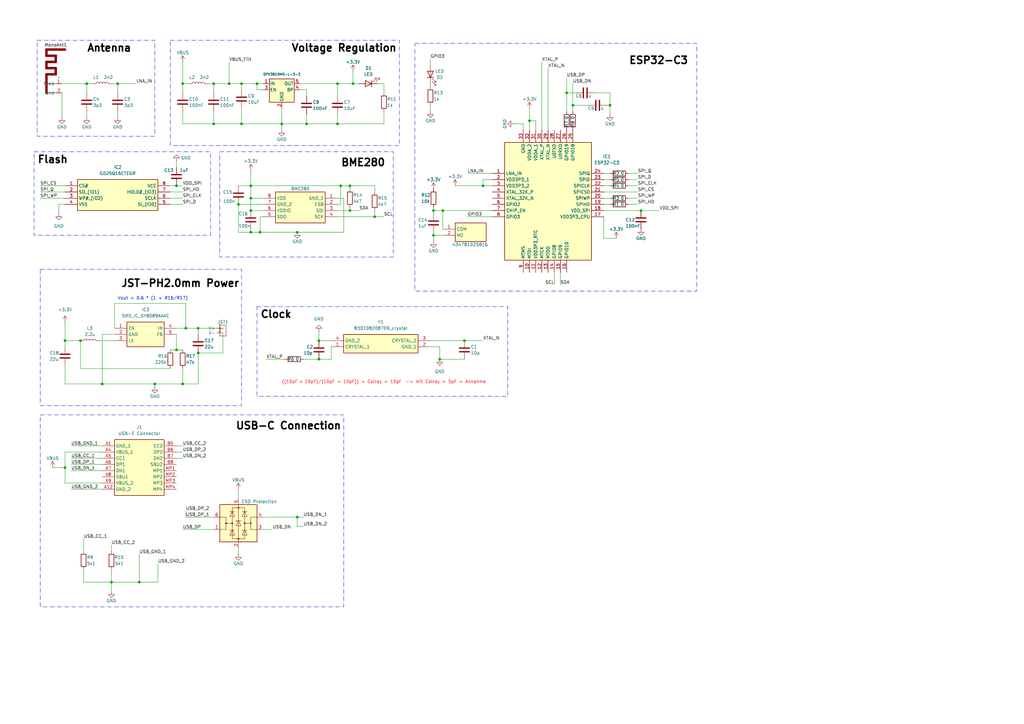
<source format=kicad_sch>
(kicad_sch (version 20230121) (generator eeschema)
  (paper "A3")
  (lib_symbols
    (symbol "830108208709:830108208709"
      (property "Reference" "Y" (at 36.83 7.62 0))
      (property "Value" "830108208709" (at 36.83 5.08 0))
      (symbol "830108208709_1_1"
        (rectangle (start 5.08 2.54) (end 35.56 -5.08) (stroke (width 0.254)) (fill (type background)))
        (pin passive line (at 0 -2.54 0) (length 5.08) (name "CRYSTAL_1") (number "1"))
        (pin passive line (at 40.64 -2.54 180) (length 5.08) (name "GND_1") (number "2"))
        (pin passive line (at 40.64 0 180) (length 5.08) (name "CRYSTAL_2") (number "3"))
        (pin passive line (at 0 0 0) (length 5.08) (name "GND_2") (number "4"))
      )
    )
    (symbol "BME280:BME280"
      (property "Reference" "HM" (at 26.67 7.62 0))
      (property "Value" "BME280" (at 26.67 5.08 0))
      (symbol "BME280_1_1"
        (rectangle (start 5.08 2.54) (end 25.4 -10.16) (stroke (width 0.254)) (fill (type background)))
        (pin power_in line (at 30.48 0 180) (length 5.08) (name "GND_1") (number "1"))
        (pin input line (at 30.48 -2.54 180) (length 5.08) (name "CSB") (number "2"))
        (pin passive line (at 30.48 -5.08 180) (length 5.08) (name "SDI") (number "3"))
        (pin passive line (at 30.48 -7.62 180) (length 5.08) (name "SCK") (number "4"))
        (pin passive line (at 0 -7.62 0) (length 5.08) (name "SDO") (number "5"))
        (pin power_in line (at 0 -5.08 0) (length 5.08) (name "VDDIO") (number "6"))
        (pin power_in line (at 0 -2.54 0) (length 5.08) (name "GND_2") (number "7"))
        (pin power_in line (at 0 0 0) (length 5.08) (name "VDD") (number "8"))
      )
    )
    (symbol "Device:C" (pin_numbers hide) (pin_names (offset 0.254))
      (property "Reference" "C" (at 0.635 2.54 0))
      (property "Value" "C" (at 0.635 -2.54 0))
      (symbol "C_0_1"
        (polyline (pts (xy -2.032 -0.762) (xy 2.032 -0.762)) (stroke (width 0.508)))
        (polyline (pts (xy -2.032 0.762) (xy 2.032 0.762)) (stroke (width 0.508)))
      )
      (symbol "C_1_1"
        (pin passive line (at 0 3.81 270) (length 2.794) (name "~") (number "1"))
        (pin passive line (at 0 -3.81 90) (length 2.794) (name "~") (number "2"))
      )
    )
    (symbol "Device:L" (pin_numbers hide) (pin_names (offset 1.016) hide)
      (property "Reference" "L" (at -1.27 0 90))
      (property "Value" "L" (at 1.905 0 90))
      (symbol "L_0_1"
        (arc (start 0 -2.54) (mid 0.6323 -1.905) (end 0 -1.27))
        (arc (start 0 -1.27) (mid 0.6323 -0.635) (end 0 0))
        (arc (start 0 0) (mid 0.6323 0.635) (end 0 1.27))
        (arc (start 0 1.27) (mid 0.6323 1.905) (end 0 2.54))
      )
      (symbol "L_1_1"
        (pin passive line (at 0 3.81 270) (length 1.27) (name "1") (number "1"))
        (pin passive line (at 0 -3.81 90) (length 1.27) (name "2") (number "2"))
      )
    )
    (symbol "Device:LED" (pin_numbers hide) (pin_names (offset 1.016) hide)
      (property "Reference" "D" (at 0 2.54 0))
      (property "Value" "LED" (at 0 -2.54 0))
      (symbol "LED_0_1"
        (polyline (pts (xy -1.27 -1.27) (xy -1.27 1.27)) (stroke (width 0.254)))
        (polyline (pts (xy -1.27 0) (xy 1.27 0)))
        (polyline (pts (xy 1.27 -1.27) (xy 1.27 1.27) (xy -1.27 0) (xy 1.27 -1.27)) (stroke (width 0.254)))
        (polyline (pts (xy -3.048 -0.762) (xy -4.572 -2.286) (xy -3.81 -2.286) (xy -4.572 -2.286) (xy -4.572 -1.524)))
        (polyline (pts (xy -1.778 -0.762) (xy -3.302 -2.286) (xy -2.54 -2.286) (xy -3.302 -2.286) (xy -3.302 -1.524)))
      )
      (symbol "LED_1_1"
        (pin passive line (at -3.81 0 0) (length 2.54) (name "K") (number "1"))
        (pin passive line (at 3.81 0 180) (length 2.54) (name "A") (number "2"))
      )
    )
    (symbol "Device:R" (pin_numbers hide) (pin_names (offset 0))
      (property "Reference" "R" (at 2.032 0 90))
      (property "Value" "R" (at 0 0 90))
      (symbol "R_0_1"
        (rectangle (start -1.016 -2.54) (end 1.016 2.54) (stroke (width 0.254)))
      )
      (symbol "R_1_1"
        (pin passive line (at 0 3.81 270) (length 1.27) (name "~") (number "1"))
        (pin passive line (at 0 -3.81 90) (length 1.27) (name "~") (number "2"))
      )
    )
    (symbol "Device:antenna_triangle"
      (property "Reference" "MonoAnt1" (at -1.27 15.875 0))
      (property "Value" "~" (at 0 2.54 0))
      (symbol "antenna_triangle_0_1"
        (polyline (pts (xy 1.27 -3.81) (xy -5.08 -3.81)))
        (polyline (pts (xy 1.27 0) (xy -5.08 0)))
      )
      (symbol "antenna_triangle_1_1"
        (polyline (pts (xy -5.08 -3.81) (xy -5.08 3.81)) (stroke (width 1)))
        (polyline (pts (xy -5.08 3.81) (xy -1.27 3.81)) (stroke (width 1)))
        (polyline (pts (xy -5.08 6.35) (xy -5.08 8.89)) (stroke (width 1)))
        (polyline (pts (xy -5.08 8.89) (xy -1.27 8.89)) (stroke (width 1)))
        (polyline (pts (xy -5.08 11.43) (xy -5.08 13.97)) (stroke (width 1)))
        (polyline (pts (xy -5.08 13.97) (xy 2.54 13.97)) (stroke (width 1)))
        (polyline (pts (xy -1.27 3.81) (xy -1.27 6.35)) (stroke (width 1)))
        (polyline (pts (xy -1.27 6.35) (xy -5.08 6.35)) (stroke (width 1)))
        (polyline (pts (xy -1.27 8.89) (xy -1.27 11.43)) (stroke (width 1)))
        (polyline (pts (xy -1.27 11.43) (xy -5.08 11.43)) (stroke (width 1)))
        (pin input line (at 1.27 0 180) (length 2.54) (name "Feed") (number "1"))
        (pin output line (at 1.27 -3.81 180) (length 2.54) (name "Gnd") (number "2"))
      )
    )
    (symbol "ESP32-C3:ESP32-C3"
      (property "Reference" "IC" (at 41.91 17.78 0))
      (property "Value" "ESP32-C3" (at 41.91 15.24 0))
      (symbol "ESP32-C3_1_1"
        (rectangle (start 5.08 12.7) (end 40.64 -35.56) (stroke (width 0.254)) (fill (type background)))
        (pin passive line (at 0 0 0) (length 5.08) (name "LNA_IN") (number "1"))
        (pin passive line (at 15.24 -40.64 90) (length 5.08) (name "MTDI") (number "10"))
        (pin passive line (at 17.78 -40.64 90) (length 5.08) (name "VDD3P3_RTC") (number "11"))
        (pin passive line (at 20.32 -40.64 90) (length 5.08) (name "MTCK") (number "12"))
        (pin passive line (at 22.86 -40.64 90) (length 5.08) (name "MTDO") (number "13"))
        (pin passive line (at 25.4 -40.64 90) (length 5.08) (name "GPIO8") (number "14"))
        (pin passive line (at 27.94 -40.64 90) (length 5.08) (name "GPIO9") (number "15"))
        (pin passive line (at 30.48 -40.64 90) (length 5.08) (name "GPIO10") (number "16"))
        (pin passive line (at 45.72 -17.78 180) (length 5.08) (name "VDD3P3_CPU") (number "17"))
        (pin passive line (at 45.72 -15.24 180) (length 5.08) (name "VDD_SPI") (number "18"))
        (pin passive line (at 45.72 -12.7 180) (length 5.08) (name "SPIHD") (number "19"))
        (pin passive line (at 0 -2.54 0) (length 5.08) (name "VDD3P3_1") (number "2"))
        (pin passive line (at 45.72 -10.16 180) (length 5.08) (name "SPIWP") (number "20"))
        (pin passive line (at 45.72 -7.62 180) (length 5.08) (name "SPICS0") (number "21"))
        (pin passive line (at 45.72 -5.08 180) (length 5.08) (name "SPICLK") (number "22"))
        (pin passive line (at 45.72 -2.54 180) (length 5.08) (name "SPID") (number "23"))
        (pin passive line (at 45.72 0 180) (length 5.08) (name "SPIQ") (number "24"))
        (pin passive line (at 33.02 17.78 270) (length 5.08) (name "GPIO18") (number "25"))
        (pin passive line (at 30.48 17.78 270) (length 5.08) (name "GPIO19") (number "26"))
        (pin passive line (at 27.94 17.78 270) (length 5.08) (name "U0RXD") (number "27"))
        (pin passive line (at 25.4 17.78 270) (length 5.08) (name "U0TXD") (number "28"))
        (pin passive line (at 22.86 17.78 270) (length 5.08) (name "XTAL_N") (number "29"))
        (pin passive line (at 0 -5.08 0) (length 5.08) (name "VDD3P3_2") (number "3"))
        (pin passive line (at 20.32 17.78 270) (length 5.08) (name "XTAL_P") (number "30"))
        (pin passive line (at 17.78 17.78 270) (length 5.08) (name "VDDA_1") (number "31"))
        (pin passive line (at 15.24 17.78 270) (length 5.08) (name "VDDA_2") (number "32"))
        (pin passive line (at 12.7 17.78 270) (length 5.08) (name "GND") (number "33"))
        (pin passive line (at 0 -7.62 0) (length 5.08) (name "XTAL_32K_P") (number "4"))
        (pin passive line (at 0 -10.16 0) (length 5.08) (name "XTAL_32K_N") (number "5"))
        (pin passive line (at 0 -12.7 0) (length 5.08) (name "GPIO2") (number "6"))
        (pin passive line (at 0 -15.24 0) (length 5.08) (name "CHIP_EN") (number "7"))
        (pin passive line (at 0 -17.78 0) (length 5.08) (name "GPIO3") (number "8"))
        (pin passive line (at 12.7 -40.64 90) (length 5.08) (name "MTMS") (number "9"))
      )
    )
    (symbol "GD25Q16CTEGR:GD25Q16CTEGR"
      (property "Reference" "IC" (at 39.37 7.62 0))
      (property "Value" "GD25Q16CTEGR" (at 39.37 5.08 0))
      (symbol "GD25Q16CTEGR_1_1"
        (rectangle (start 5.08 2.54) (end 38.1 -10.16) (stroke (width 0.254)) (fill (type background)))
        (pin passive line (at 0 0 0) (length 5.08) (name "CS#") (number "1"))
        (pin passive line (at 0 -2.54 0) (length 5.08) (name "SO_(IO1)") (number "2"))
        (pin passive line (at 0 -5.08 0) (length 5.08) (name "WP#_(IO2)") (number "3"))
        (pin passive line (at 0 -7.62 0) (length 5.08) (name "VSS") (number "4"))
        (pin passive line (at 43.18 -7.62 180) (length 5.08) (name "SI_(IO0)") (number "5"))
        (pin passive line (at 43.18 -5.08 180) (length 5.08) (name "SCLK") (number "6"))
        (pin passive line (at 43.18 -2.54 180) (length 5.08) (name "HOLD#_(IO3)") (number "7"))
        (pin passive line (at 43.18 0 180) (length 5.08) (name "VCC") (number "8"))
      )
    )
    (symbol "GSB1C41110SSHR:GSB1C41110SSHR"
      (property "Reference" "J" (at 26.67 7.62 0))
      (property "Value" "GSB1C41110SSHR" (at 26.67 5.08 0))
      (symbol "GSB1C41110SSHR_1_1"
        (rectangle (start 5.08 2.54) (end 25.4 -20.32) (stroke (width 0.254)) (fill (type background)))
        (pin passive line (at 0 0 0) (length 5.08) (name "GND_1") (number "A1"))
        (pin passive line (at 0 -17.78 0) (length 5.08) (name "GND_2") (number "A12"))
        (pin passive line (at 0 -2.54 0) (length 5.08) (name "VBUS_1") (number "A4"))
        (pin passive line (at 0 -5.08 0) (length 5.08) (name "CC1") (number "A5"))
        (pin passive line (at 0 -7.62 0) (length 5.08) (name "DP1") (number "A6"))
        (pin passive line (at 0 -10.16 0) (length 5.08) (name "DN1") (number "A7"))
        (pin passive line (at 0 -12.7 0) (length 5.08) (name "SBU1") (number "A8"))
        (pin passive line (at 0 -15.24 0) (length 5.08) (name "VBUS_2") (number "A9"))
        (pin passive line (at 30.48 0 180) (length 5.08) (name "CC2") (number "B5"))
        (pin passive line (at 30.48 -2.54 180) (length 5.08) (name "DP2") (number "B6"))
        (pin passive line (at 30.48 -5.08 180) (length 5.08) (name "DN2") (number "B7"))
        (pin passive line (at 30.48 -7.62 180) (length 5.08) (name "SBU2") (number "B8"))
        (pin passive line (at 30.48 -10.16 180) (length 5.08) (name "MP1") (number "MP1"))
        (pin passive line (at 30.48 -12.7 180) (length 5.08) (name "MP2") (number "MP2"))
        (pin passive line (at 30.48 -15.24 180) (length 5.08) (name "MP3") (number "MP3"))
        (pin passive line (at 30.48 -17.78 180) (length 5.08) (name "MP4") (number "MP4"))
      )
    )
    (symbol "JST_Connectors:JST-PH2.0mm"
      (property "Reference" "U" (at 0 0 0))
      (symbol "JST-PH2.0mm_0_1"
        (rectangle (start -1.27 1.27) (end 1.27 -3.175))
      )
      (symbol "JST-PH2.0mm_1_1"
        (pin input line (at 0 0 180) (length 2.54) (name "V+") (number "1"))
        (pin input line (at 0 -1.905 180) (length 2.54) (name "V-") (number "2"))
      )
    )
    (symbol "Power_Protection:USBLC6-2P6" (pin_names hide)
      (property "Reference" "U" (at 2.54 8.89 0))
      (property "Value" "USBLC6-2P6" (at 2.54 -8.89 0))
      (symbol "USBLC6-2P6_0_1"
        (rectangle (start -7.62 -7.62) (end 7.62 7.62) (stroke (width 0.254)) (fill (type background)))
        (circle (center -5.08 0) (radius 0.254) (fill (type outline)))
        (circle (center -2.54 0) (radius 0.254) (fill (type outline)))
        (rectangle (start -2.54 6.35) (end 2.54 -6.35))
        (circle (center 0 -6.35) (radius 0.254) (fill (type outline)))
        (polyline (pts (xy -5.08 -2.54) (xy -7.62 -2.54)))
        (polyline (pts (xy -5.08 0) (xy -5.08 -2.54)))
        (polyline (pts (xy -5.08 2.54) (xy -7.62 2.54)))
        (polyline (pts (xy -1.524 -2.794) (xy -3.556 -2.794)))
        (polyline (pts (xy -1.524 4.826) (xy -3.556 4.826)))
        (polyline (pts (xy 0 -7.62) (xy 0 -6.35)))
        (polyline (pts (xy 0 -6.35) (xy 0 1.27)))
        (polyline (pts (xy 0 1.27) (xy 0 6.35)))
        (polyline (pts (xy 0 6.35) (xy 0 7.62)))
        (polyline (pts (xy 1.524 -2.794) (xy 3.556 -2.794)))
        (polyline (pts (xy 1.524 4.826) (xy 3.556 4.826)))
        (polyline (pts (xy 5.08 -2.54) (xy 7.62 -2.54)))
        (polyline (pts (xy 5.08 0) (xy 5.08 -2.54)))
        (polyline (pts (xy 5.08 2.54) (xy 7.62 2.54)))
        (polyline (pts (xy -2.54 0) (xy -5.08 0) (xy -5.08 2.54)))
        (polyline (pts (xy 2.54 0) (xy 5.08 0) (xy 5.08 2.54)))
        (polyline (pts (xy -3.556 -4.826) (xy -1.524 -4.826) (xy -2.54 -2.794) (xy -3.556 -4.826)))
        (polyline (pts (xy -3.556 2.794) (xy -1.524 2.794) (xy -2.54 4.826) (xy -3.556 2.794)))
        (polyline (pts (xy -1.016 -1.016) (xy 1.016 -1.016) (xy 0 1.016) (xy -1.016 -1.016)))
        (polyline (pts (xy 1.016 1.016) (xy 0.762 1.016) (xy -1.016 1.016) (xy -1.016 0.508)))
        (polyline (pts (xy 3.556 -4.826) (xy 1.524 -4.826) (xy 2.54 -2.794) (xy 3.556 -4.826)))
        (polyline (pts (xy 3.556 2.794) (xy 1.524 2.794) (xy 2.54 4.826) (xy 3.556 2.794)))
        (circle (center 0 6.35) (radius 0.254) (fill (type outline)))
        (circle (center 2.54 0) (radius 0.254) (fill (type outline)))
        (circle (center 5.08 0) (radius 0.254) (fill (type outline)))
      )
      (symbol "USBLC6-2P6_1_1"
        (pin passive line (at -10.16 -2.54 0) (length 2.54) (name "I/O1") (number "1"))
        (pin passive line (at 0 -10.16 90) (length 2.54) (name "GND") (number "2"))
        (pin passive line (at 10.16 -2.54 180) (length 2.54) (name "I/O2") (number "3"))
        (pin passive line (at 10.16 2.54 180) (length 2.54) (name "I/O2") (number "4"))
        (pin passive line (at 0 10.16 270) (length 2.54) (name "VBUS") (number "5"))
        (pin passive line (at -10.16 2.54 0) (length 2.54) (name "I/O1") (number "6"))
      )
    )
    (symbol "Regulator_Linear:SPX3819M5-L-3-3" (pin_names (offset 0.254))
      (property "Reference" "U" (at -3.81 5.715 0))
      (property "Value" "SPX3819M5-L-3-3" (at 0 5.715 0))
      (symbol "SPX3819M5-L-3-3_0_1"
        (rectangle (start -5.08 4.445) (end 5.08 -5.08) (stroke (width 0.254)) (fill (type background)))
      )
      (symbol "SPX3819M5-L-3-3_1_1"
        (pin power_in line (at -7.62 2.54 0) (length 2.54) (name "IN") (number "1"))
        (pin power_in line (at 0 -7.62 90) (length 2.54) (name "GND") (number "2"))
        (pin input line (at -7.62 0 0) (length 2.54) (name "EN") (number "3"))
        (pin input line (at 7.62 0 180) (length 2.54) (name "BP") (number "4"))
        (pin power_out line (at 7.62 2.54 180) (length 2.54) (name "OUT") (number "5"))
      )
    )
    (symbol "SMD_IC_SY8089AAAC:SMD_IC_SY8089AAAC"
      (property "Reference" "IC" (at 21.59 7.62 0))
      (property "Value" "SMD_IC_SY8089AAAC" (at 21.59 5.08 0))
      (symbol "SMD_IC_SY8089AAAC_1_1"
        (rectangle (start 5.08 2.54) (end 20.32 -7.62) (stroke (width 0.254)) (fill (type background)))
        (pin passive line (at 0 0 0) (length 5.08) (name "EN") (number "1"))
        (pin passive line (at 0 -2.54 0) (length 5.08) (name "GND") (number "2"))
        (pin passive line (at 0 -5.08 0) (length 5.08) (name "LX") (number "3"))
        (pin passive line (at 25.4 0 180) (length 5.08) (name "IN") (number "4"))
        (pin passive line (at 25.4 -2.54 180) (length 5.08) (name "FB") (number "5"))
      )
    )
    (symbol "power:+3.3V" (power) (pin_names (offset 0))
      (property "Value" "+3.3V" (at 0 3.556 0))
      (symbol "+3.3V_0_1"
        (polyline (pts (xy -0.762 1.27) (xy 0 2.54)))
        (polyline (pts (xy 0 0) (xy 0 2.54)))
        (polyline (pts (xy 0 2.54) (xy 0.762 1.27)))
      )
      (symbol "+3.3V_1_1"
        (pin power_in line (at 0 0 90) (length 0) hide (name "+3.3V") (number "1"))
      )
    )
    (symbol "power:GND" (power) (pin_names (offset 0))
      (property "Value" "GND" (at 0 -3.81 0))
      (symbol "GND_0_1"
        (polyline (pts (xy 0 0) (xy 0 -1.27) (xy 1.27 -1.27) (xy 0 -2.54) (xy -1.27 -1.27) (xy 0 -1.27)))
      )
      (symbol "GND_1_1"
        (pin power_in line (at 0 0 270) (length 0) hide (name "GND") (number "1"))
      )
    )
    (symbol "power:VBUS" (power) (pin_names (offset 0))
      (property "Value" "VBUS" (at 0 3.81 0))
      (symbol "VBUS_0_1"
        (polyline (pts (xy -0.762 1.27) (xy 0 2.54)))
        (polyline (pts (xy 0 0) (xy 0 2.54)))
        (polyline (pts (xy 0 2.54) (xy 0.762 1.27)))
      )
      (symbol "VBUS_1_1"
        (pin power_in line (at 0 0 90) (length 0) hide (name "VBUS") (number "1"))
      )
    )
    (symbol "tactical_switch_SensorHub:434781025816"
      (property "Reference" "S" (at 19.05 7.62 0))
      (property "Value" "434781025816" (at 19.05 5.08 0))
      (symbol "434781025816_1_1"
        (rectangle (start 5.08 2.54) (end 17.78 -5.08) (stroke (width 0.254)) (fill (type background)))
        (pin passive line (at 0 0 0) (length 5.08) (name "COM") (number "1"))
        (pin passive line (at 0 -2.54 0) (length 5.08) (name "NO") (number "2"))
      )
    )
  )
  (junction (at 153.67 88.9))
  (junction (at 232.41 38.1))
  (junction (at 250.19 43.18))
  (junction (at 26.67 139.7))
  (junction (at 177.8 96.52))
  (junction (at 81.28 144.78))
  (junction (at 102.87 86.36))
  (junction (at 121.92 95.25))
  (junction (at 41.91 157.48))
  (junction (at 72.39 143.51))
  (junction (at 262.89 86.36))
  (junction (at 87.63 34.29))
  (junction (at 190.5 139.7))
  (junction (at 76.2 134.62))
  (junction (at 26.67 191.77))
  (junction (at 198.12 76.2))
  (junction (at 72.39 76.2))
  (junction (at 121.92 212.09))
  (junction (at 74.93 157.48))
  (junction (at 81.28 134.62))
  (junction (at 143.51 76.2))
  (junction (at 87.63 50.8))
  (junction (at 102.87 76.2))
  (junction (at 106.68 95.25))
  (junction (at 115.57 50.8))
  (junction (at 144.78 34.29))
  (junction (at 57.15 238.76))
  (junction (at 97.79 83.82))
  (junction (at 102.87 95.25))
  (junction (at 139.7 76.2))
  (junction (at 35.56 34.29))
  (junction (at 125.73 50.8))
  (junction (at 33.02 139.7))
  (junction (at 99.06 34.29))
  (junction (at 177.8 86.36))
  (junction (at 102.87 81.28))
  (junction (at 217.17 49.53))
  (junction (at 74.93 34.29))
  (junction (at 99.06 50.8))
  (junction (at 181.61 86.36))
  (junction (at 138.43 34.29))
  (junction (at 105.41 34.29))
  (junction (at 45.72 238.76))
  (junction (at 130.81 147.32))
  (junction (at 234.95 43.18))
  (junction (at 93.98 34.29))
  (junction (at 180.34 147.32))
  (junction (at 143.51 86.36))
  (junction (at 48.26 34.29))
  (junction (at 138.43 50.8))
  (junction (at 63.5 157.48))
  (junction (at 130.81 139.7))
  (wire (pts (xy 69.85 83.82) (xy 74.93 83.82)))
  (wire (pts (xy 97.79 224.79) (xy 97.79 227.33)))
  (wire (pts (xy 177.8 85.09) (xy 177.8 86.36)))
  (wire (pts (xy 234.95 43.18) (xy 234.95 45.72)))
  (wire (pts (xy 57.15 227.33) (xy 57.15 238.76)))
  (wire (pts (xy 247.65 78.74) (xy 261.62 78.74)))
  (wire (pts (xy 26.67 132.08) (xy 26.67 139.7)))
  (wire (pts (xy 250.19 43.18) (xy 250.19 38.1)))
  (wire (pts (xy 109.22 147.32) (xy 116.84 147.32)))
  (wire (pts (xy 40.64 139.7) (xy 46.99 139.7)))
  (wire (pts (xy 177.8 86.36) (xy 181.61 86.36)))
  (wire (pts (xy 247.65 83.82) (xy 250.19 83.82)))
  (wire (pts (xy 106.68 95.25) (xy 102.87 95.25)))
  (wire (pts (xy 74.93 25.4) (xy 74.93 34.29)))
  (wire (pts (xy 224.79 27.94) (xy 224.79 53.34)))
  (wire (pts (xy 29.21 182.88) (xy 41.91 182.88)))
  (wire (pts (xy 74.93 38.1) (xy 74.93 34.29)))
  (wire (pts (xy 48.26 45.72) (xy 48.26 48.26)))
  (wire (pts (xy 35.56 34.29) (xy 38.1 34.29)))
  (wire (pts (xy 69.85 76.2) (xy 72.39 76.2)))
  (wire (pts (xy 139.7 76.2) (xy 143.51 76.2)))
  (wire (pts (xy 97.79 200.66) (xy 97.79 204.47)))
  (wire (pts (xy 64.77 231.14) (xy 64.77 238.76)))
  (wire (pts (xy 229.87 111.76) (xy 229.87 116.84)))
  (wire (pts (xy 177.8 95.25) (xy 177.8 96.52)))
  (wire (pts (xy 143.51 76.2) (xy 143.51 77.47)))
  (wire (pts (xy 76.2 212.09) (xy 87.63 212.09)))
  (wire (pts (xy 87.63 50.8) (xy 99.06 50.8)))
  (wire (pts (xy 81.28 157.48) (xy 74.93 157.48)))
  (wire (pts (xy 143.51 85.09) (xy 143.51 86.36)))
  (wire (pts (xy 76.2 134.62) (xy 76.2 124.46)))
  (wire (pts (xy 177.8 96.52) (xy 181.61 96.52)))
  (wire (pts (xy 247.65 81.28) (xy 250.19 81.28)))
  (wire (pts (xy 69.85 78.74) (xy 74.93 78.74)))
  (wire (pts (xy 29.21 193.04) (xy 41.91 193.04)))
  (wire (pts (xy 105.41 34.29) (xy 105.41 36.83)))
  (wire (pts (xy 232.41 38.1) (xy 236.22 38.1)))
  (wire (pts (xy 76.2 209.55) (xy 76.2 212.09)))
  (wire (pts (xy 16.51 81.28) (xy 26.67 81.28)))
  (wire (pts (xy 25.4 38.1) (xy 25.4 48.26)))
  (wire (pts (xy 106.68 88.9) (xy 106.68 95.25)))
  (wire (pts (xy 125.73 46.99) (xy 125.73 50.8)))
  (wire (pts (xy 72.39 66.04) (xy 72.39 68.58)))
  (wire (pts (xy 176.53 139.7) (xy 190.5 139.7)))
  (wire (pts (xy 181.61 86.36) (xy 181.61 93.98)))
  (wire (pts (xy 157.48 50.8) (xy 138.43 50.8)))
  (wire (pts (xy 87.63 45.72) (xy 87.63 50.8)))
  (wire (pts (xy 191.77 71.12) (xy 201.93 71.12)))
  (wire (pts (xy 41.91 137.16) (xy 46.99 137.16)))
  (wire (pts (xy 176.53 24.13) (xy 176.53 26.67)))
  (wire (pts (xy 99.06 44.45) (xy 99.06 50.8)))
  (wire (pts (xy 107.95 34.29) (xy 105.41 34.29)))
  (wire (pts (xy 130.81 147.32) (xy 135.89 147.32)))
  (wire (pts (xy 144.78 34.29) (xy 147.32 34.29)))
  (wire (pts (xy 139.7 83.82) (xy 138.43 83.82)))
  (wire (pts (xy 115.57 50.8) (xy 115.57 53.34)))
  (wire (pts (xy 232.41 31.75) (xy 232.41 38.1)))
  (wire (pts (xy 115.57 50.8) (xy 125.73 50.8)))
  (wire (pts (xy 153.67 78.74) (xy 153.67 76.2)))
  (wire (pts (xy 250.19 38.1) (xy 243.84 38.1)))
  (wire (pts (xy 138.43 46.99) (xy 138.43 50.8)))
  (wire (pts (xy 247.65 97.79) (xy 247.65 88.9)))
  (wire (pts (xy 247.65 86.36) (xy 262.89 86.36)))
  (wire (pts (xy 72.39 185.42) (xy 74.93 185.42)))
  (wire (pts (xy 252.73 97.79) (xy 247.65 97.79)))
  (wire (pts (xy 35.56 38.1) (xy 35.56 34.29)))
  (wire (pts (xy 74.93 34.29) (xy 77.47 34.29)))
  (wire (pts (xy 85.09 34.29) (xy 87.63 34.29)))
  (wire (pts (xy 198.12 76.2) (xy 201.93 76.2)))
  (wire (pts (xy 26.67 149.86) (xy 26.67 157.48)))
  (wire (pts (xy 180.34 142.24) (xy 180.34 147.32)))
  (wire (pts (xy 257.81 76.2) (xy 261.62 76.2)))
  (wire (pts (xy 26.67 139.7) (xy 33.02 139.7)))
  (wire (pts (xy 21.59 191.77) (xy 26.67 191.77)))
  (wire (pts (xy 107.95 217.17) (xy 111.76 217.17)))
  (wire (pts (xy 177.8 99.06) (xy 177.8 96.52)))
  (wire (pts (xy 143.51 86.36) (xy 147.32 86.36)))
  (wire (pts (xy 219.71 49.53) (xy 217.17 49.53)))
  (wire (pts (xy 262.89 86.36) (xy 270.51 86.36)))
  (wire (pts (xy 257.81 73.66) (xy 261.62 73.66)))
  (wire (pts (xy 257.81 81.28) (xy 261.62 81.28)))
  (wire (pts (xy 257.81 83.82) (xy 261.62 83.82)))
  (wire (pts (xy 97.79 83.82) (xy 107.95 83.82)))
  (wire (pts (xy 74.93 45.72) (xy 74.93 50.8)))
  (wire (pts (xy 121.92 212.09) (xy 124.46 212.09)))
  (wire (pts (xy 29.21 187.96) (xy 41.91 187.96)))
  (wire (pts (xy 45.72 34.29) (xy 48.26 34.29)))
  (wire (pts (xy 24.13 83.82) (xy 24.13 87.63)))
  (wire (pts (xy 138.43 88.9) (xy 153.67 88.9)))
  (wire (pts (xy 26.67 139.7) (xy 26.67 142.24)))
  (wire (pts (xy 34.29 238.76) (xy 45.72 238.76)))
  (wire (pts (xy 81.28 144.78) (xy 81.28 157.48)))
  (wire (pts (xy 72.39 137.16) (xy 72.39 143.51)))
  (wire (pts (xy 87.63 34.29) (xy 87.63 38.1)))
  (wire (pts (xy 219.71 53.34) (xy 219.71 49.53)))
  (wire (pts (xy 72.39 187.96) (xy 74.93 187.96)))
  (wire (pts (xy 72.39 182.88) (xy 74.93 182.88)))
  (wire (pts (xy 125.73 36.83) (xy 123.19 36.83)))
  (wire (pts (xy 76.2 124.46) (xy 46.99 124.46)))
  (wire (pts (xy 33.02 151.13) (xy 69.85 151.13)))
  (wire (pts (xy 176.53 43.18) (xy 176.53 45.72)))
  (wire (pts (xy 34.29 220.98) (xy 34.29 226.06)))
  (wire (pts (xy 93.98 25.4) (xy 93.98 34.29)))
  (wire (pts (xy 115.57 44.45) (xy 115.57 50.8)))
  (wire (pts (xy 63.5 157.48) (xy 41.91 157.48)))
  (wire (pts (xy 107.95 36.83) (xy 105.41 36.83)))
  (wire (pts (xy 63.5 158.75) (xy 63.5 157.48)))
  (wire (pts (xy 191.77 88.9) (xy 201.93 88.9)))
  (wire (pts (xy 102.87 95.25) (xy 97.79 95.25)))
  (wire (pts (xy 48.26 34.29) (xy 48.26 38.1)))
  (wire (pts (xy 102.87 76.2) (xy 102.87 69.85)))
  (wire (pts (xy 99.06 34.29) (xy 99.06 36.83)))
  (wire (pts (xy 102.87 86.36) (xy 102.87 81.28)))
  (wire (pts (xy 140.97 95.25) (xy 140.97 81.28)))
  (wire (pts (xy 247.65 71.12) (xy 250.19 71.12)))
  (wire (pts (xy 97.79 76.2) (xy 102.87 76.2)))
  (wire (pts (xy 177.8 87.63) (xy 177.8 86.36)))
  (wire (pts (xy 74.93 151.13) (xy 74.93 157.48)))
  (wire (pts (xy 176.53 34.29) (xy 176.53 35.56)))
  (wire (pts (xy 107.95 81.28) (xy 102.87 81.28)))
  (wire (pts (xy 45.72 233.68) (xy 45.72 238.76)))
  (wire (pts (xy 241.3 43.18) (xy 234.95 43.18)))
  (wire (pts (xy 74.93 217.17) (xy 87.63 217.17)))
  (wire (pts (xy 144.78 29.21) (xy 144.78 34.29)))
  (wire (pts (xy 91.44 136.525) (xy 91.44 144.78)))
  (wire (pts (xy 91.44 134.62) (xy 81.28 134.62)))
  (wire (pts (xy 201.93 73.66) (xy 198.12 73.66)))
  (wire (pts (xy 33.02 151.13) (xy 33.02 139.7)))
  (wire (pts (xy 76.2 134.62) (xy 81.28 134.62)))
  (wire (pts (xy 72.39 76.2) (xy 74.93 76.2)))
  (wire (pts (xy 45.72 223.52) (xy 45.72 226.06)))
  (wire (pts (xy 26.67 83.82) (xy 24.13 83.82)))
  (wire (pts (xy 247.65 76.2) (xy 250.19 76.2)))
  (wire (pts (xy 125.73 39.37) (xy 125.73 36.83)))
  (wire (pts (xy 16.51 78.74) (xy 26.67 78.74)))
  (wire (pts (xy 69.85 81.28) (xy 74.93 81.28)))
  (wire (pts (xy 16.51 76.2) (xy 26.67 76.2)))
  (wire (pts (xy 102.87 81.28) (xy 102.87 76.2)))
  (wire (pts (xy 217.17 44.45) (xy 217.17 49.53)))
  (wire (pts (xy 138.43 34.29) (xy 144.78 34.29)))
  (wire (pts (xy 138.43 86.36) (xy 143.51 86.36)))
  (wire (pts (xy 257.81 71.12) (xy 261.62 71.12)))
  (wire (pts (xy 97.79 95.25) (xy 97.79 83.82)))
  (wire (pts (xy 180.34 147.32) (xy 190.5 147.32)))
  (wire (pts (xy 210.82 50.8) (xy 214.63 50.8)))
  (wire (pts (xy 198.12 73.66) (xy 198.12 76.2)))
  (wire (pts (xy 26.67 185.42) (xy 26.67 191.77)))
  (wire (pts (xy 99.06 50.8) (xy 115.57 50.8)))
  (wire (pts (xy 250.19 46.99) (xy 250.19 43.18)))
  (wire (pts (xy 234.95 34.29) (xy 234.95 43.18)))
  (wire (pts (xy 227.33 111.76) (xy 227.33 116.84)))
  (wire (pts (xy 130.81 139.7) (xy 135.89 139.7)))
  (wire (pts (xy 57.15 238.76) (xy 45.72 238.76)))
  (wire (pts (xy 34.29 233.68) (xy 34.29 238.76)))
  (wire (pts (xy 105.41 34.29) (xy 99.06 34.29)))
  (wire (pts (xy 102.87 93.98) (xy 102.87 95.25)))
  (wire (pts (xy 25.4 34.29) (xy 35.56 34.29)))
  (wire (pts (xy 124.46 215.9) (xy 121.92 215.9)))
  (wire (pts (xy 72.39 143.51) (xy 74.93 143.51)))
  (wire (pts (xy 72.39 134.62) (xy 76.2 134.62)))
  (wire (pts (xy 247.65 73.66) (xy 250.19 73.66)))
  (wire (pts (xy 26.67 157.48) (xy 41.91 157.48)))
  (wire (pts (xy 107.95 86.36) (xy 102.87 86.36)))
  (wire (pts (xy 93.98 34.29) (xy 99.06 34.29)))
  (wire (pts (xy 157.48 34.29) (xy 157.48 38.1)))
  (wire (pts (xy 139.7 76.2) (xy 139.7 83.82)))
  (wire (pts (xy 45.72 238.76) (xy 45.72 242.57)))
  (wire (pts (xy 107.95 212.09) (xy 121.92 212.09)))
  (wire (pts (xy 153.67 76.2) (xy 143.51 76.2)))
  (wire (pts (xy 35.56 45.72) (xy 35.56 48.26)))
  (wire (pts (xy 74.93 50.8) (xy 87.63 50.8)))
  (wire (pts (xy 121.92 215.9) (xy 121.92 212.09)))
  (wire (pts (xy 29.21 200.66) (xy 41.91 200.66)))
  (wire (pts (xy 157.48 45.72) (xy 157.48 50.8)))
  (wire (pts (xy 186.69 76.2) (xy 198.12 76.2)))
  (wire (pts (xy 48.26 34.29) (xy 55.88 34.29)))
  (wire (pts (xy 125.73 50.8) (xy 138.43 50.8)))
  (wire (pts (xy 121.92 95.25) (xy 140.97 95.25)))
  (wire (pts (xy 250.19 43.18) (xy 248.92 43.18)))
  (wire (pts (xy 232.41 38.1) (xy 232.41 45.72)))
  (wire (pts (xy 81.28 134.62) (xy 81.28 137.16)))
  (wire (pts (xy 222.25 25.4) (xy 222.25 53.34)))
  (wire (pts (xy 107.95 88.9) (xy 106.68 88.9)))
  (wire (pts (xy 74.93 157.48) (xy 63.5 157.48)))
  (wire (pts (xy 135.89 142.24) (xy 135.89 147.32)))
  (wire (pts (xy 153.67 86.36) (xy 153.67 88.9)))
  (wire (pts (xy 29.21 190.5) (xy 41.91 190.5)))
  (wire (pts (xy 91.44 144.78) (xy 81.28 144.78)))
  (wire (pts (xy 124.46 147.32) (xy 130.81 147.32)))
  (wire (pts (xy 153.67 88.9) (xy 157.48 88.9)))
  (wire (pts (xy 139.7 76.2) (xy 102.87 76.2)))
  (wire (pts (xy 180.34 142.24) (xy 176.53 142.24)))
  (wire (pts (xy 123.19 34.29) (xy 138.43 34.29)))
  (wire (pts (xy 217.17 49.53) (xy 217.17 53.34)))
  (wire (pts (xy 46.99 124.46) (xy 46.99 134.62)))
  (wire (pts (xy 214.63 50.8) (xy 214.63 53.34)))
  (wire (pts (xy 41.91 185.42) (xy 26.67 185.42)))
  (wire (pts (xy 140.97 81.28) (xy 138.43 81.28)))
  (wire (pts (xy 138.43 39.37) (xy 138.43 34.29)))
  (wire (pts (xy 87.63 34.29) (xy 93.98 34.29)))
  (wire (pts (xy 26.67 191.77) (xy 26.67 198.12)))
  (wire (pts (xy 64.77 238.76) (xy 57.15 238.76)))
  (wire (pts (xy 190.5 139.7) (xy 198.12 139.7)))
  (wire (pts (xy 121.92 95.25) (xy 106.68 95.25)))
  (wire (pts (xy 130.81 139.7) (xy 130.81 135.89)))
  (wire (pts (xy 41.91 157.48) (xy 41.91 137.16)))
  (wire (pts (xy 157.48 34.29) (xy 154.94 34.29)))
  (wire (pts (xy 69.85 143.51) (xy 72.39 143.51)))
  (wire (pts (xy 41.91 198.12) (xy 26.67 198.12)))
  (wire (pts (xy 181.61 86.36) (xy 201.93 86.36)))
  (rectangle (start 170.18 17.78) (end 285.75 119.38) (stroke (width 0) (type dash_dot)))
  (rectangle (start 13.97 62.23) (end 86.36 96.52) (stroke (width 0) (type dash_dot)))
  (rectangle (start 69.85 16.51) (end 163.83 59.69) (stroke (width 0) (type dash_dot)))
  (rectangle (start 16.51 110.49) (end 99.06 166.37) (stroke (width 0) (type dash_dot)))
  (rectangle (start 90.17 62.23) (end 161.29 105.41) (stroke (width 0) (type dash_dot)))
  (rectangle (start 16.51 170.18) (end 140.97 248.92) (stroke (width 0) (type dash_dot)))
  (rectangle (start 105.41 125.73) (end 208.28 162.56) (stroke (width 0) (type dash_dot)))
  (rectangle (start 15.24 16.51) (end 63.5 55.88) (stroke (width 0) (type dash_dot)))
  (text "Clock\n" (at 106.68 130.81 0) (effects (font (size 3 3) (thickness 0.6) bold) (justify left bottom)))
  (text "USB-C Connection\n" (at 96.52 176.53 0) (effects (font (size 3 3) (thickness 0.6) bold) (justify left bottom)))
  (text "JST-PH2.0mm Power\n" (at 49.53 118.11 0) (effects (font (size 3 3) (thickness 0.6) bold) (justify left bottom)))
  (text "ESP32-C3" (at 257.81 26.67 0) (effects (font (size 3 3) (thickness 0.6) bold) (justify left bottom)))
  (text "Voltage Regulation\n" (at 119.38 21.59 0) (effects (font (size 3 3) (thickness 0.6) bold) (justify left bottom)))
  (text "((10pF x 10pF)/(10pF + 10pF)) + Cstray = 10pf  -> mit Cstray = 5pF = Annahme" (at 115.57 157.48 0) (effects (font (size 1.27 1.27)) (justify left bottom)))
  (text "Flash\n" (at 15.24 67.31 0) (effects (font (size 3 3) (thickness 0.6) bold) (justify left bottom)))
  (text "Antenna\n" (at 35.56 21.59 0) (effects (font (size 3 3) (thickness 0.6) bold) (justify left bottom)))
  (text "Vout = 0.6 * (1 + R16/R17)" (at 48.26 123.19 0) (effects (font (size 1.27 1.27)) (justify left bottom)))
  (text "BME280" (at 139.7 68.58 0) (effects (font (size 3 3) (thickness 0.6) bold) (justify left bottom)))
  (label "USB_DP" (at 232.41 31.75 0))
  (label "USB_GND_2" (at 64.77 231.14 0))
  (label "SPI_WP" (at 16.51 81.28 0))
  (label "VDD_SPI" (at 270.51 86.36 0))
  (label "VDD_SPI" (at 74.93 76.2 0))
  (label "GPIO3" (at 176.53 24.13 0))
  (label "LNA_IN" (at 191.77 71.12 0))
  (label "USB_CC_2" (at 74.93 182.88 0))
  (label "SDA" (at 229.87 116.84 0))
  (label "USB_DN" (at 111.76 217.17 0))
  (label "USB_GND_2" (at 29.21 200.66 0))
  (label "LNA_IN" (at 55.88 34.29 0))
  (label "USB_DN" (at 234.95 34.29 0))
  (label "GPIO3" (at 191.77 88.9 0))
  (label "USB_DN_1" (at 29.21 193.04 0))
  (label "USB_CC_1" (at 29.21 187.96 0))
  (label "XTAL_N" (at 224.79 27.94 0))
  (label "SPI_CLK" (at 74.93 81.28 0))
  (label "USB_GND_1" (at 57.15 227.33 0))
  (label "SPI_D" (at 261.62 73.66 0))
  (label "USB_DP_2" (at 76.2 209.55 0))
  (label "VBUS_Filt" (at 93.98 25.4 0))
  (label "SCL" (at 227.33 116.84 180))
  (label "SPI_CLK" (at 261.62 76.2 0))
  (label "SPI_CS" (at 16.51 76.2 0))
  (label "USB_CC_2" (at 45.72 223.52 0))
  (label "USB_DP_1" (at 76.2 212.09 0))
  (label "XTAL_P" (at 109.22 147.32 0))
  (label "SPI_Q" (at 261.62 71.12 0))
  (label "SDA" (at 147.32 86.36 0))
  (label "USB_DP_1" (at 29.21 190.5 0))
  (label "USB_DP" (at 74.93 217.17 0))
  (label "USB_DP_2" (at 74.93 185.42 0))
  (label "USB_CC_1" (at 34.29 220.98 0))
  (label "XTAL_N" (at 198.12 139.7 0))
  (label "USB_DN_1" (at 124.46 212.09 0))
  (label "USB_DN_2" (at 74.93 187.96 0))
  (label "SCL" (at 157.48 88.9 0))
  (label "SPI_WP" (at 261.62 81.28 0))
  (label "SPI_CS" (at 261.62 78.74 0))
  (label "SPI_Q" (at 16.51 78.74 0))
  (label "USB_DN_2" (at 124.46 215.9 0))
  (label "SPI_HD" (at 261.62 83.82 0))
  (label "XTAL_P" (at 222.25 25.4 0))
  (label "SPI_D" (at 74.93 83.82 0))
  (label "USB_GND_1" (at 29.21 182.88 0))
  (label "SPI_HD" (at 74.93 78.74 0))
  (symbol (lib_id "Device:R") (at 153.67 82.55 0) (unit 1)
    (property "Reference" "R15" (at 154.94 81.28 0) (effects (justify left)))
    (property "Value" "4k7" (at 154.94 83.82 0) (effects (justify left)))
    (property "Footprint" "Resistor_SMD:R_0402_1005Metric_Pad0.72x0.64mm_HandSolder" (effects hide))
  )
  (symbol (lib_id "Device:R") (at 69.85 147.32 0) (unit 1)
    (property "Reference" "R16" (at 64.77 146.05 0) (effects (justify left)))
    (property "Value" "220k" (at 63.5 148.59 0) (effects (justify left)))
    (property "Footprint" "Resistor_SMD:R_0603_1608Metric_Pad0.98x0.95mm_HandSolder" (effects hide))
  )
  (symbol (lib_id "Device:C") (at 74.93 41.91 0) (unit 1)
    (property "Reference" "C10" (at 77.47 40.64 0) (effects (justify left)))
    (property "Value" "100nF" (at 77.47 43.18 0) (effects (justify left)))
    (property "Footprint" "Capacitor_SMD:C_0603_1608Metric_Pad1.08x0.95mm_HandSolder" (effects hide))
  )
  (symbol (lib_id "Device:R") (at 74.93 147.32 0) (unit 1)
    (property "Reference" "R17" (at 76.2 146.05 0) (effects (justify left)))
    (property "Value" "47k" (at 76.2 148.59 0) (effects (justify left)))
    (property "Footprint" "Resistor_SMD:R_0603_1608Metric_Pad0.98x0.95mm_HandSolder" (effects hide))
  )
  (symbol (lib_id "power:GND") (at 262.89 93.98 0) (unit 1)
    (property "Reference" "#PWR024" (effects hide))
    (property "Value" "GND" (at 262.89 97.79 0))
  )
  (symbol (lib_id "Device:C") (at 99.06 40.64 0) (unit 1)
    (property "Reference" "C9" (at 101.6 39.37 0) (effects (justify left)))
    (property "Value" "10uF" (at 101.6 41.91 0) (effects (justify left)))
    (property "Footprint" "Capacitor_SMD:C_0603_1608Metric_Pad1.08x0.95mm_HandSolder" (effects hide))
  )
  (symbol (lib_id "power:+3.3V") (at 144.78 29.21 0) (unit 1)
    (property "Reference" "#PWR011" (effects hide))
    (property "Value" "+3.3V" (at 144.78 25.4 0))
  )
  (symbol (lib_id "power:GND") (at 25.4 48.26 0) (unit 1)
    (property "Reference" "#PWR06" (effects hide))
    (property "Value" "GND" (at 25.4 52.07 0))
  )
  (symbol (lib_id "power:+3.3V") (at 217.17 44.45 0) (unit 1)
    (property "Reference" "#PWR026" (effects hide))
    (property "Value" "+3.3V" (at 217.17 40.64 0))
  )
  (symbol (lib_id "ESP32-C3:ESP32-C3") (at 201.93 71.12 0) (unit 1)
    (property "Reference" "IC1" (at 248.92 64.1919 0))
    (property "Value" "ESP32-C3" (at 248.92 66.7319 0))
    (property "Footprint" "ESP32-C3:QFN50P500X500X90-33N-D" (effects hide))
    (property "Datasheet" "https://www.espressif.com/sites/default/files/documentation/esp32-c3_datasheet_en.pdf" (effects hide))
    (property "Height" "0.9" (effects hide))
    (property "Mouser Part Number" "356-ESP32-C3" (effects hide))
    (property "Mouser Price/Stock" "https://www.mouser.co.uk/ProductDetail/Espressif-Systems/ESP32-C3?qs=iLbezkQI%252BsiMXe7tMG%252Bo%2FA%3D%3D" (effects hide))
    (property "Manufacturer_Name" "Espressif Systems" (effects hide))
    (property "Manufacturer_Part_Number" "ESP32-C3" (effects hide))
  )
  (symbol (lib_id "SMD_IC_SY8089AAAC:SMD_IC_SY8089AAAC") (at 46.99 134.62 0) (unit 1)
    (property "Reference" "IC3" (at 59.69 127 0))
    (property "Value" "SMD_IC_SY8089AAAC" (at 59.69 129.54 0))
    (property "Footprint" "SY8089AAAC:SOT95P285X140-5N" (effects hide))
    (property "Datasheet" "https://www.mouser.in/datasheet/2/306/SY8089AAAC-3223250.pdf" (effects hide))
    (property "Height" "1.4" (effects hide))
    (property "Mouser Part Number" "909-SMDICSY8089AAAC" (effects hide))
    (property "Mouser Price/Stock" "https://www.mouser.co.uk/ProductDetail/Olimex-Ltd/SMD-IC-SY8089AAAC?qs=9vOqFld9vZWYCHRT5zkhFw%3D%3D" (effects hide))
    (property "Manufacturer_Name" "Olimex Ltd." (effects hide))
    (property "Manufacturer_Part_Number" "SMD IC SY8089AAAC" (effects hide))
  )
  (symbol (lib_id "Device:C") (at 138.43 43.18 0) (unit 1)
    (property "Reference" "C7" (at 140.97 41.91 0) (effects (justify left)))
    (property "Value" "10uF" (at 140.97 44.45 0) (effects (justify left)))
    (property "Footprint" "Capacitor_SMD:C_0603_1608Metric_Pad1.08x0.95mm_HandSolder" (effects hide))
  )
  (symbol (lib_id "Device:C") (at 97.79 80.01 0) (unit 1)
    (property "Reference" "C15" (at 91.44 78.74 0) (effects (justify left)))
    (property "Value" "100n" (at 91.44 82.55 0) (effects (justify left)))
    (property "Footprint" "Capacitor_SMD:C_0402_1005Metric_Pad0.74x0.62mm_HandSolder" (effects hide))
  )
  (symbol (lib_id "Device:L") (at 36.83 139.7 90) (unit 1)
    (property "Reference" "L3" (at 36.83 134.62 90))
    (property "Value" "2.2u" (at 36.83 137.16 90))
    (property "Footprint" "Inductor_SMD:L_0603_1608Metric_Pad1.05x0.95mm_HandSolder" (effects hide))
  )
  (symbol (lib_id "Device:R") (at 254 76.2 90) (unit 1)
    (property "Reference" "R4" (at 252.73 76.2 90))
    (property "Value" "0" (at 255.27 76.2 90))
    (property "Footprint" "Resistor_SMD:R_0402_1005Metric_Pad0.72x0.64mm_HandSolder" (effects hide))
  )
  (symbol (lib_id "Device:C") (at 35.56 41.91 0) (unit 1)
    (property "Reference" "C4" (at 38.1 40.64 0) (effects (justify left)))
    (property "Value" "3p3" (at 38.1 43.18 0) (effects (justify left)))
    (property "Footprint" "Capacitor_SMD:C_0603_1608Metric_Pad1.08x0.95mm_HandSolder" (effects hide))
  )
  (symbol (lib_id "power:GND") (at 250.19 46.99 0) (unit 1)
    (property "Reference" "#PWR08" (effects hide))
    (property "Value" "GND" (at 250.19 50.8 0))
  )
  (symbol (lib_id "Regulator_Linear:SPX3819M5-L-3-3") (at 115.57 36.83 0) (unit 1)
    (property "Reference" "U2" (effects hide))
    (property "Value" "SPX3819M5-L-3-3" (at 115.57 30.48 0) (effects (font (size 1 1))))
    (property "Footprint" "SPX3819M5-L-3-3_TR:SOT95P280X145-5N" (effects hide))
    (property "Datasheet" "https://www.exar.com/content/document.ashx?id=22106&languageid=1033&type=Datasheet&partnumber=SPX3819&filename=SPX3819.pdf&part=SPX3819" (effects hide))
  )
  (symbol (lib_id "Device:C") (at 81.28 140.97 0) (unit 1)
    (property "Reference" "C17" (at 83.82 139.7 0) (effects (justify left)))
    (property "Value" "22u" (at 83.82 142.24 0) (effects (justify left)))
    (property "Footprint" "Capacitor_SMD:C_0805_2012Metric_Pad1.18x1.45mm_HandSolder" (effects hide))
  )
  (symbol (lib_id "power:GND") (at 24.13 87.63 0) (unit 1)
    (property "Reference" "#PWR01" (effects hide))
    (property "Value" "GND" (at 24.13 92.71 0))
  )
  (symbol (lib_id "power:VBUS") (at 21.59 191.77 0) (unit 1)
    (property "Reference" "#PWR016" (effects hide))
    (property "Value" "VBUS" (at 21.59 187.96 0))
  )
  (symbol (lib_id "Device:C") (at 240.03 38.1 90) (unit 1)
    (property "Reference" "C6" (at 238.76 39.37 90) (effects (justify left)))
    (property "Value" "x" (at 242.57 39.37 90) (effects (justify left)))
    (property "Footprint" "Capacitor_SMD:C_0402_1005Metric_Pad0.74x0.62mm_HandSolder" (effects hide))
  )
  (symbol (lib_id "Device:L") (at 41.91 34.29 90) (unit 1)
    (property "Reference" "L1" (at 39.37 31.75 90))
    (property "Value" "2n2" (at 44.45 31.75 90))
    (property "Footprint" "Inductor_SMD:L_0603_1608Metric_Pad1.05x0.95mm_HandSolder" (effects hide))
  )
  (symbol (lib_id "power:GND") (at 63.5 158.75 0) (unit 1)
    (property "Reference" "#PWR023" (effects hide))
    (property "Value" "GND" (at 63.5 162.56 0))
  )
  (symbol (lib_id "Device:R") (at 176.53 39.37 180) (unit 1)
    (property "Reference" "R13" (at 177.8 38.1 0) (effects (justify right)))
    (property "Value" "1k" (at 177.8 40.64 0) (effects (justify right)))
    (property "Footprint" "Resistor_SMD:R_0603_1608Metric_Pad0.98x0.95mm_HandSolder" (effects hide))
  )
  (symbol (lib_id "Device:C") (at 262.89 90.17 0) (unit 1)
    (property "Reference" "C12" (at 256.54 90.17 0) (effects (justify left)))
    (property "Value" "100nF" (at 256.54 92.71 0) (effects (justify left)))
    (property "Footprint" "Capacitor_SMD:C_0603_1608Metric_Pad1.08x0.95mm_HandSolder" (effects hide))
  )
  (symbol (lib_id "Device:C") (at 72.39 72.39 0) (unit 1)
    (property "Reference" "C13" (at 67.31 69.85 0) (effects (justify left)))
    (property "Value" "1uF" (at 73.66 69.85 0) (effects (justify left)))
    (property "Footprint" "Capacitor_SMD:C_0402_1005Metric_Pad0.74x0.62mm_HandSolder" (effects hide))
  )
  (symbol (lib_id "Device:C") (at 26.67 146.05 0) (unit 1)
    (property "Reference" "C18" (at 20.32 144.78 0) (effects (justify left)))
    (property "Value" "22u" (at 20.32 147.32 0) (effects (justify left)))
    (property "Footprint" "Capacitor_SMD:C_0805_2012Metric_Pad1.18x1.45mm_HandSolder" (effects hide))
  )
  (symbol (lib_id "Device:R") (at 34.29 229.87 0) (unit 1)
    (property "Reference" "R9" (at 35.56 228.6 0) (effects (justify left)))
    (property "Value" "5k1" (at 35.56 231.14 0) (effects (justify left)))
    (property "Footprint" "Resistor_SMD:R_0402_1005Metric_Pad0.72x0.64mm_HandSolder" (effects hide))
  )
  (symbol (lib_id "Device:C") (at 125.73 43.18 0) (unit 1)
    (property "Reference" "C8" (at 128.27 41.91 0) (effects (justify left)))
    (property "Value" "100nF" (at 128.27 44.45 0) (effects (justify left)))
    (property "Footprint" "Capacitor_SMD:C_0603_1608Metric_Pad1.08x0.95mm_HandSolder" (effects hide))
  )
  (symbol (lib_id "Power_Protection:USBLC6-2P6") (at 97.79 214.63 0) (unit 1)
    (property "Reference" "U1" (effects hide))
    (property "Value" "ESD Protection" (at 99.06 205.74 0) (effects (justify left)))
    (property "Footprint" "USBLC6-2SC6:SOT95P280X145-6N" (effects hide))
    (property "Datasheet" "https://www.st.com/resource/en/datasheet/usblc6-2.pdf" (effects hide))
  )
  (symbol (lib_id "Device:R") (at 254 81.28 90) (unit 1)
    (property "Reference" "R3" (at 252.73 81.28 90))
    (property "Value" "0" (at 255.27 81.28 90))
    (property "Footprint" "Resistor_SMD:R_0402_1005Metric_Pad0.72x0.64mm_HandSolder" (effects hide))
  )
  (symbol (lib_id "power:+3.3V") (at 186.69 76.2 0) (unit 1)
    (property "Reference" "#PWR025" (effects hide))
    (property "Value" "+3.3V" (at 186.69 72.39 0))
  )
  (symbol (lib_id "Device:LED") (at 151.13 34.29 180) (unit 1)
    (property "Reference" "D1" (at 151.13 27.94 0))
    (property "Value" "LED" (at 151.13 30.48 0))
    (property "Footprint" "ASCKCF00-AP5R5010402:ASCKCF00AP5R5010402" (effects hide))
  )
  (symbol (lib_id "power:GND") (at 176.53 45.72 0) (unit 1)
    (property "Reference" "#PWR019" (effects hide))
    (property "Value" "GND" (at 176.53 49.53 0))
  )
  (symbol (lib_id "Device:R") (at 120.65 147.32 90) (unit 1)
    (property "Reference" "R6" (at 119.38 147.32 90))
    (property "Value" "0" (at 121.92 147.32 90))
    (property "Footprint" "Resistor_SMD:R_0402_1005Metric_Pad0.72x0.64mm_HandSolder" (effects hide))
  )
  (symbol (lib_id "power:GND") (at 121.92 95.25 0) (unit 1)
    (property "Reference" "#PWR020" (effects hide))
    (property "Value" "GND" (at 121.92 99.06 0))
  )
  (symbol (lib_id "Device:C") (at 177.8 91.44 0) (unit 1)
    (property "Reference" "C14" (at 171.45 90.17 0) (effects (justify left)))
    (property "Value" "1uF" (at 171.45 92.71 0) (effects (justify left)))
    (property "Footprint" "Capacitor_SMD:C_0603_1608Metric_Pad1.08x0.95mm_HandSolder" (effects hide))
  )
  (symbol (lib_id "Device:C") (at 245.11 43.18 90) (unit 1)
    (property "Reference" "C5" (at 243.84 44.45 90) (effects (justify left)))
    (property "Value" "x" (at 247.65 44.45 90) (effects (justify left)))
    (property "Footprint" "Capacitor_SMD:C_0402_1005Metric_Pad0.74x0.62mm_HandSolder" (effects hide))
  )
  (symbol (lib_id "Device:R") (at 177.8 81.28 0) (unit 1)
    (property "Reference" "R12" (at 172.72 80.01 0) (effects (justify left)))
    (property "Value" "10k" (at 172.72 82.55 0) (effects (justify left)))
    (property "Footprint" "Resistor_SMD:R_0603_1608Metric_Pad0.98x0.95mm_HandSolder" (effects hide))
  )
  (symbol (lib_id "Device:C") (at 102.87 90.17 0) (unit 1)
    (property "Reference" "C16" (at 97.79 87.63 0) (effects (justify left)))
    (property "Value" "100n" (at 97.79 92.71 0) (effects (justify left)))
    (property "Footprint" "Capacitor_SMD:C_0402_1005Metric_Pad0.74x0.62mm_HandSolder" (effects hide))
  )
  (symbol (lib_id "Device:R") (at 254 71.12 90) (unit 1)
    (property "Reference" "R2" (at 252.73 71.12 90))
    (property "Value" "0" (at 255.27 71.12 90))
    (property "Footprint" "Resistor_SMD:R_0402_1005Metric_Pad0.72x0.64mm_HandSolder" (effects hide))
  )
  (symbol (lib_id "JST_Connectors:JST-PH2.0mm") (at 91.44 134.62 0) (unit 1)
    (property "Reference" "JST1" (at 91.44 132.08 0))
    (property "Value" "~" (at 91.44 134.62 0))
    (property "Footprint" "JST_Connectors:JST-PH2.0mm" (effects hide))
  )
  (symbol (lib_id "Device:LED") (at 176.53 30.48 90) (unit 1)
    (property "Reference" "D2" (at 180.34 31.75 90))
    (property "Value" "LED" (at 180.34 29.21 90))
    (property "Footprint" "ASCKCF00-AP5R5010402:ASCKCF00AP5R5010402" (effects hide))
  )
  (symbol (lib_id "power:+3.3V") (at 102.87 69.85 0) (unit 1)
    (property "Reference" "#PWR021" (effects hide))
    (property "Value" "+3.3V" (at 102.87 66.04 0))
  )
  (symbol (lib_id "power:GND") (at 210.82 50.8 270) (unit 1)
    (property "Reference" "#PWR07" (effects hide))
    (property "Value" "GND" (at 207.01 50.8 0))
  )
  (symbol (lib_id "Device:R") (at 254 83.82 90) (unit 1)
    (property "Reference" "R1" (at 252.73 83.82 90))
    (property "Value" "0" (at 255.27 83.82 90))
    (property "Footprint" "Resistor_SMD:R_0402_1005Metric_Pad0.72x0.64mm_HandSolder" (effects hide))
  )
  (symbol (lib_id "power:GND") (at 130.81 135.89 180) (unit 1)
    (property "Reference" "#PWR03" (effects hide))
    (property "Value" "GND" (at 130.81 130.81 0))
  )
  (symbol (lib_id "power:GND") (at 177.8 99.06 0) (unit 1)
    (property "Reference" "#PWR018" (effects hide))
    (property "Value" "GND" (at 177.8 102.87 0))
  )
  (symbol (lib_id "power:GND") (at 48.26 48.26 0) (unit 1)
    (property "Reference" "#PWR05" (effects hide))
    (property "Value" "GND" (at 48.26 52.07 0))
  )
  (symbol (lib_id "830108208709:830108208709") (at 135.89 139.7 0) (unit 1)
    (property "Reference" "Y1" (at 156.21 132.08 0))
    (property "Value" "830108208709_crystal" (at 156.21 134.62 0))
    (property "Footprint" "830108208709:830108208709" (effects hide))
    (property "Datasheet" "https://www.we-online.com/components/products/datasheet/830108208709.pdf" (effects hide))
    (property "Height" "0.6" (effects hide))
    (property "Mouser Part Number" "710-830108208709" (effects hide))
    (property "Mouser Price/Stock" "https://www.mouser.co.uk/ProductDetail/Wurth-Elektronik/830108208709?qs=hWgE7mdIu5RsJlcnX%2FC0HA%3D%3D" (effects hide))
    (property "Manufacturer_Name" "Wurth Elektronik" (effects hide))
    (property "Manufacturer_Part_Number" "830108208709" (effects hide))
  )
  (symbol (lib_id "power:VBUS") (at 74.93 25.4 0) (unit 1)
    (property "Reference" "#PWR015" (effects hide))
    (property "Value" "VBUS" (at 74.93 21.59 0))
  )
  (symbol (lib_id "GSB1C41110SSHR:GSB1C41110SSHR") (at 41.91 182.88 0) (unit 1)
    (property "Reference" "J1" (at 57.15 175.26 0))
    (property "Value" "USB-C Connector" (at 57.15 177.8 0))
    (property "Footprint" "GSB1C41110SSHR:GSB1C41110SSHR" (effects hide))
    (property "Datasheet" "https://cdn.amphenol-cs.com/media/wysiwyg/files/drawing/gsb1c41x10sshr-ax1.pdf" (effects hide))
    (property "Height" "3.41" (effects hide))
    (property "Manufacturer_Name" "Amphenol Communications Solutions" (effects hide))
    (property "Manufacturer_Part_Number" "GSB1C41110SSHR" (effects hide))
  )
  (symbol (lib_id "Device:C") (at 87.63 41.91 0) (unit 1)
    (property "Reference" "C11" (at 90.17 40.64 0) (effects (justify left)))
    (property "Value" "100nF" (at 90.17 43.18 0) (effects (justify left)))
    (property "Footprint" "Capacitor_SMD:C_0603_1608Metric_Pad1.08x0.95mm_HandSolder" (effects hide))
  )
  (symbol (lib_id "power:+3.3V") (at 252.73 97.79 0) (unit 1)
    (property "Reference" "#PWR027" (effects hide))
    (property "Value" "+3.3V" (at 252.73 93.98 0))
  )
  (symbol (lib_id "Device:C") (at 130.81 143.51 0) (unit 1)
    (property "Reference" "C2" (at 125.73 142.24 0) (effects (justify left)))
    (property "Value" "10p" (at 124.46 144.78 0) (effects (justify left)))
    (property "Footprint" "Capacitor_SMD:C_0402_1005Metric_Pad0.74x0.62mm_HandSolder" (effects hide))
  )
  (symbol (lib_id "Device:R") (at 157.48 41.91 180) (unit 1)
    (property "Reference" "R11" (at 158.75 40.64 0) (effects (justify right)))
    (property "Value" "1k" (at 158.75 43.18 0) (effects (justify right)))
    (property "Footprint" "Resistor_SMD:R_0603_1608Metric_Pad0.98x0.95mm_HandSolder" (effects hide))
  )
  (symbol (lib_id "Device:C") (at 48.26 41.91 0) (unit 1)
    (property "Reference" "C3" (at 50.8 40.64 0) (effects (justify left)))
    (property "Value" "3p3" (at 50.8 43.18 0) (effects (justify left)))
    (property "Footprint" "Capacitor_SMD:C_0603_1608Metric_Pad1.08x0.95mm_HandSolder" (effects hide))
  )
  (symbol (lib_id "power:+3.3V") (at 26.67 132.08 0) (unit 1)
    (property "Reference" "#PWR022" (effects hide))
    (property "Value" "+3.3V" (at 26.67 127 0))
  )
  (symbol (lib_id "Device:R") (at 143.51 81.28 0) (unit 1)
    (property "Reference" "R14" (at 144.78 80.01 0) (effects (justify left)))
    (property "Value" "4k7" (at 144.78 82.55 0) (effects (justify left)))
    (property "Footprint" "Resistor_SMD:R_0402_1005Metric_Pad0.72x0.64mm_HandSolder" (effects hide))
  )
  (symbol (lib_id "tactical_switch_SensorHub:434781025816") (at 181.61 93.98 0) (unit 1)
    (property "Reference" "S1" (effects hide))
    (property "Value" "434781025816" (at 185.42 100.33 0) (effects (justify left)))
    (property "Footprint" "434781025816:434781025816" (effects hide))
    (property "Datasheet" "https://www.we-online.com/catalog/datasheet/434781025816.pdf" (effects hide))
    (property "Height" "2.6" (effects hide))
    (property "Mouser Part Number" "710-434781025816" (effects hide))
    (property "Mouser Price/Stock" "https://www.mouser.co.uk/ProductDetail/Wurth-Elektronik/434781025816?qs=iLbezkQI%252BsgCw%252BikaZDemA%3D%3D" (effects hide))
    (property "Manufacturer_Name" "Wurth Elektronik" (effects hide))
    (property "Manufacturer_Part_Number" "434781025816" (effects hide))
  )
  (symbol (lib_id "power:GND") (at 72.39 66.04 180) (unit 1)
    (property "Reference" "#PWR013" (effects hide))
    (property "Value" "GND" (at 76.2 64.77 0))
  )
  (symbol (lib_id "Device:R") (at 45.72 229.87 180) (unit 1)
    (property "Reference" "R10" (at 50.8 228.6 0) (effects (justify left)))
    (property "Value" "5k1" (at 50.8 231.14 0) (effects (justify left)))
    (property "Footprint" "Resistor_SMD:R_0402_1005Metric_Pad0.72x0.64mm_HandSolder" (effects hide))
  )
  (symbol (lib_id "GD25Q16CTEGR:GD25Q16CTEGR") (at 26.67 76.2 0) (unit 1)
    (property "Reference" "IC2" (at 48.26 68.58 0))
    (property "Value" "GD25Q16CTEGR" (at 48.26 71.12 0))
    (property "Footprint" "GD25Q16CTEGR:SOIC127P600X175-8N" (effects hide))
    (property "Datasheet" "http://www.gigadevice.com/datasheet/gd25q16c/" (effects hide))
    (property "Height" "1.75" (effects hide))
    (property "Mouser Part Number" "363-GD25Q16CTEGR" (effects hide))
    (property "Mouser Price/Stock" "https://www.mouser.co.uk/ProductDetail/GigaDevice/GD25Q16CTEGR?qs=RcG8xmE7yp3MEpo4fCwTkQ%3D%3D" (effects hide))
    (property "Manufacturer_Name" "GigaDevice Semiconductor (HK) Limited" (effects hide))
    (property "Manufacturer_Part_Number" "GD25Q16CTEGR" (effects hide))
  )
  (symbol (lib_id "BME280:BME280") (at 107.95 81.28 0) (unit 1)
    (property "Reference" "HM1" (effects hide))
    (property "Value" "BME280" (at 123.19 77.47 0))
    (property "Footprint" "BME280" (effects hide))
    (property "Datasheet" "https://datasheet.datasheetarchive.com/originals/distributors/DKDS-24/462906.pdf" (effects hide))
    (property "Mouser Part Number" "262-BME280" (effects hide))
    (property "Mouser Price/Stock" "https://www.mouser.co.uk/ProductDetail/Bosch-Sensortec/BME280?qs=2OnyuXx6vpj2fK9HX7qb3g%3D%3D" (effects hide))
    (property "Manufacturer_Name" "BOSCH" (effects hide))
    (property "Manufacturer_Part_Number" "BME280" (effects hide))
  )
  (symbol (lib_id "Device:L") (at 81.28 34.29 90) (unit 1)
    (property "Reference" "L2" (at 78.74 31.75 90))
    (property "Value" "2n2" (at 83.82 31.75 90))
    (property "Footprint" "Inductor_SMD:L_0603_1608Metric_Pad1.05x0.95mm_HandSolder" (effects hide))
  )
  (symbol (lib_id "power:+3.3V") (at 177.8 77.47 0) (unit 1)
    (property "Reference" "#PWR014" (effects hide))
    (property "Value" "+3.3V" (at 177.8 73.66 0))
  )
  (symbol (lib_id "Device:antenna_triangle") (at 24.13 34.29 0) (unit 1)
    (property "Reference" "MonoAnt1" (at 22.86 18.415 0))
    (property "Value" "~" (at 24.13 31.75 0))
    (property "Footprint" "Footprint_Lib:Mono_Ant" (effects hide))
  )
  (symbol (lib_id "power:GND") (at 115.57 53.34 0) (unit 1)
    (property "Reference" "#PWR012" (effects hide))
    (property "Value" "GND" (at 115.57 57.15 0))
  )
  (symbol (lib_id "Device:R") (at 254 73.66 90) (unit 1)
    (property "Reference" "R5" (at 252.73 73.66 90))
    (property "Value" "0" (at 255.27 73.66 90))
    (property "Footprint" "Resistor_SMD:R_0402_1005Metric_Pad0.72x0.64mm_HandSolder" (effects hide))
  )
  (symbol (lib_id "Device:C") (at 190.5 143.51 0) (unit 1)
    (property "Reference" "C1" (at 193.04 142.24 0) (effects (justify left)))
    (property "Value" "10p" (at 193.04 144.78 0) (effects (justify left)))
    (property "Footprint" "Capacitor_SMD:C_0402_1005Metric_Pad0.74x0.62mm_HandSolder" (effects hide))
  )
  (symbol (lib_id "power:GND") (at 180.34 147.32 0) (unit 1)
    (property "Reference" "#PWR02" (effects hide))
    (property "Value" "GND" (at 180.34 152.4 0))
  )
  (symbol (lib_id "Device:R") (at 232.41 49.53 180) (unit 1)
    (property "Reference" "R7" (at 232.41 50.8 90))
    (property "Value" "0" (at 232.41 48.26 90))
    (property "Footprint" "Resistor_SMD:R_0402_1005Metric_Pad0.72x0.64mm_HandSolder" (effects hide))
  )
  (symbol (lib_id "Device:R") (at 234.95 49.53 180) (unit 1)
    (property "Reference" "R8" (at 234.95 50.8 90))
    (property "Value" "0" (at 234.95 48.26 90))
    (property "Footprint" "Resistor_SMD:R_0402_1005Metric_Pad0.72x0.64mm_HandSolder" (effects hide))
  )
  (symbol (lib_id "power:VBUS") (at 97.79 200.66 0) (unit 1)
    (property "Reference" "#PWR017" (effects hide))
    (property "Value" "VBUS" (at 97.79 196.85 0))
  )
  (symbol (lib_id "power:GND") (at 35.56 48.26 0) (unit 1)
    (property "Reference" "#PWR04" (effects hide))
    (property "Value" "GND" (at 35.56 52.07 0))
  )
  (symbol (lib_id "power:GND") (at 97.79 227.33 0) (unit 1)
    (property "Reference" "#PWR010" (effects hide))
    (property "Value" "GND" (at 97.79 231.14 0))
  )
  (symbol (lib_id "power:GND") (at 45.72 242.57 0) (unit 1)
    (property "Reference" "#PWR09" (effects hide))
    (property "Value" "GND" (at 45.72 246.38 0))
  )
)
</source>
